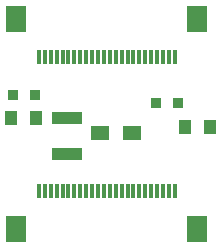
<source format=gbr>
G04 #@! TF.GenerationSoftware,KiCad,Pcbnew,5.1.4+dfsg1-1*
G04 #@! TF.CreationDate,2020-09-03T16:08:26+02:00*
G04 #@! TF.ProjectId,FPC_INVERTER,4650435f-494e-4564-9552-5445522e6b69,rev?*
G04 #@! TF.SameCoordinates,PX5095e20PY1312d00*
G04 #@! TF.FileFunction,Paste,Top*
G04 #@! TF.FilePolarity,Positive*
%FSLAX46Y46*%
G04 Gerber Fmt 4.6, Leading zero omitted, Abs format (unit mm)*
G04 Created by KiCad (PCBNEW 5.1.4+dfsg1-1) date 2020-09-03 16:08:26*
%MOMM*%
%LPD*%
G04 APERTURE LIST*
%ADD10R,1.800000X2.200000*%
%ADD11R,0.300000X1.300000*%
%ADD12R,1.000000X1.300000*%
%ADD13R,0.900000X0.900000*%
%ADD14R,2.500000X1.000000*%
%ADD15R,1.500000X1.300000*%
G04 APERTURE END LIST*
D10*
X17150000Y-21400000D03*
X1850000Y-21400000D03*
D11*
X3750000Y-18150000D03*
X4250000Y-18150000D03*
X4750000Y-18150000D03*
X5250000Y-18150000D03*
X5750000Y-18150000D03*
X6250000Y-18150000D03*
X6750000Y-18150000D03*
X7250000Y-18150000D03*
X7750000Y-18150000D03*
X8250000Y-18150000D03*
X8750000Y-18150000D03*
X9250000Y-18150000D03*
X9750000Y-18150000D03*
X10250000Y-18150000D03*
X10750000Y-18150000D03*
X11250000Y-18150000D03*
X11750000Y-18150000D03*
X12250000Y-18150000D03*
X12750000Y-18150000D03*
X13250000Y-18150000D03*
X13750000Y-18150000D03*
X14250000Y-18150000D03*
X14750000Y-18150000D03*
X15250000Y-18150000D03*
D12*
X16120000Y-12720000D03*
X18220000Y-12720000D03*
D13*
X15560000Y-10690000D03*
X13660000Y-10690000D03*
D14*
X6100000Y-15030000D03*
X6100000Y-12030000D03*
D12*
X3500000Y-12000000D03*
X1400000Y-12000000D03*
D13*
X1550000Y-10075001D03*
X3450000Y-10075001D03*
D11*
X3750000Y-6850000D03*
X4250000Y-6850000D03*
X4750000Y-6850000D03*
X5250000Y-6850000D03*
X5750000Y-6850000D03*
X6250000Y-6850000D03*
X6750000Y-6850000D03*
X7250000Y-6850000D03*
X7750000Y-6850000D03*
X8250000Y-6850000D03*
X8750000Y-6850000D03*
X9250000Y-6850000D03*
X9750000Y-6850000D03*
X10250000Y-6850000D03*
X10750000Y-6850000D03*
X11250000Y-6850000D03*
X11750000Y-6850000D03*
X12250000Y-6850000D03*
X12750000Y-6850000D03*
X13250000Y-6850000D03*
X13750000Y-6850000D03*
X14250000Y-6850000D03*
X14750000Y-6850000D03*
X15250000Y-6850000D03*
D10*
X17150000Y-3600000D03*
X1850000Y-3600000D03*
D15*
X11600000Y-13250000D03*
X8900000Y-13250000D03*
M02*

</source>
